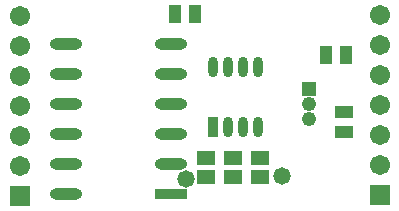
<source format=gts>
G04*
G04 #@! TF.GenerationSoftware,Altium Limited,Altium Designer,18.0.12 (696)*
G04*
G04 Layer_Color=8388736*
%FSLAX25Y25*%
%MOIN*%
G70*
G01*
G75*
%ADD13O,0.10800X0.03800*%
%ADD14R,0.10800X0.03800*%
%ADD15R,0.03300X0.06800*%
%ADD16O,0.03300X0.06800*%
%ADD17R,0.04147X0.05918*%
%ADD18R,0.05918X0.04147*%
%ADD19R,0.06115X0.04540*%
%ADD20C,0.06706*%
%ADD21R,0.06706X0.06706*%
%ADD22R,0.04800X0.04800*%
%ADD23C,0.04800*%
%ADD24C,0.05800*%
D13*
X146000Y166000D02*
D03*
Y156000D02*
D03*
Y146000D02*
D03*
Y136000D02*
D03*
Y126000D02*
D03*
Y116000D02*
D03*
X181000Y166000D02*
D03*
Y156000D02*
D03*
Y146000D02*
D03*
Y136000D02*
D03*
Y126000D02*
D03*
D14*
Y116000D02*
D03*
D15*
X195000Y138500D02*
D03*
D16*
X200000D02*
D03*
X205000D02*
D03*
X210000D02*
D03*
X195000Y158500D02*
D03*
X200000D02*
D03*
X205000D02*
D03*
X210000D02*
D03*
D17*
X182307Y176000D02*
D03*
X189000D02*
D03*
X232594Y162500D02*
D03*
X239287D02*
D03*
D18*
X238500Y143500D02*
D03*
Y136807D02*
D03*
D19*
X210500Y121850D02*
D03*
Y128150D02*
D03*
X192500Y121850D02*
D03*
Y128150D02*
D03*
X201500Y121850D02*
D03*
Y128150D02*
D03*
D20*
X130500Y175500D02*
D03*
Y165500D02*
D03*
Y155500D02*
D03*
Y145500D02*
D03*
Y125500D02*
D03*
Y135500D02*
D03*
X250500Y175894D02*
D03*
Y165894D02*
D03*
Y155894D02*
D03*
Y145894D02*
D03*
Y125894D02*
D03*
Y135894D02*
D03*
D21*
X130500Y115500D02*
D03*
X250500Y115894D02*
D03*
D22*
X227000Y151000D02*
D03*
D23*
Y146000D02*
D03*
Y141000D02*
D03*
D24*
X186000Y121000D02*
D03*
X218000Y122000D02*
D03*
M02*

</source>
